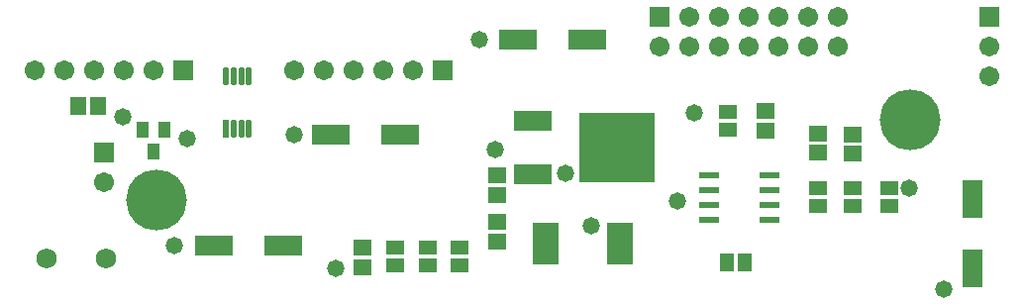
<source format=gts>
G04*
G04 #@! TF.GenerationSoftware,Altium Limited,Altium Designer,18.0.9 (584)*
G04*
G04 Layer_Color=8388736*
%FSLAX25Y25*%
%MOIN*%
G70*
G01*
G75*
%ADD15R,0.13000X0.07000*%
%ADD16R,0.07000X0.02100*%
%ADD17R,0.08753X0.14300*%
%ADD18R,0.05131X0.06312*%
%ADD19R,0.07000X0.13000*%
%ADD20R,0.06115X0.05328*%
%ADD21R,0.05328X0.06115*%
%ADD22R,0.06312X0.05131*%
%ADD23R,0.12611X0.07099*%
%ADD24R,0.25210X0.23635*%
%ADD25O,0.02139X0.06312*%
%ADD26R,0.02139X0.06312*%
%ADD27R,0.03950X0.05170*%
%ADD28C,0.20485*%
%ADD29R,0.06706X0.06706*%
%ADD30C,0.06706*%
%ADD31C,0.06800*%
%ADD32R,0.06706X0.06706*%
%ADD33C,0.05800*%
D15*
X188744Y134252D02*
D03*
X212044D02*
D03*
X228114Y171653D02*
D03*
X251414D02*
D03*
X314406Y203543D02*
D03*
X291106D02*
D03*
D16*
X355648Y142894D02*
D03*
Y147894D02*
D03*
Y152894D02*
D03*
Y157894D02*
D03*
X375848D02*
D03*
Y152894D02*
D03*
Y147894D02*
D03*
Y142894D02*
D03*
D17*
X325591Y135039D02*
D03*
X300394D02*
D03*
D18*
X361614Y128740D02*
D03*
X367520D02*
D03*
D19*
X444095Y126539D02*
D03*
Y149839D02*
D03*
D20*
X392126Y172146D02*
D03*
Y165650D02*
D03*
X403937Y165256D02*
D03*
Y171752D02*
D03*
X374410Y179626D02*
D03*
Y173130D02*
D03*
X284252Y157973D02*
D03*
Y151476D02*
D03*
Y142224D02*
D03*
Y135728D02*
D03*
X238976Y127067D02*
D03*
Y133563D02*
D03*
D21*
X149803Y181496D02*
D03*
X143307D02*
D03*
D22*
X416142Y147835D02*
D03*
Y153740D02*
D03*
X392126Y147835D02*
D03*
Y153740D02*
D03*
X361811Y173425D02*
D03*
Y179331D02*
D03*
X261024Y133661D02*
D03*
Y127756D02*
D03*
X271654Y133661D02*
D03*
Y127756D02*
D03*
X250000Y133661D02*
D03*
Y127756D02*
D03*
X403937Y147835D02*
D03*
Y153740D02*
D03*
D23*
X296063Y176339D02*
D03*
Y158307D02*
D03*
D24*
X324410Y167323D02*
D03*
D25*
X200591Y191339D02*
D03*
X198031D02*
D03*
X195472D02*
D03*
X192913D02*
D03*
X200591Y173622D02*
D03*
X198031D02*
D03*
X195472D02*
D03*
D26*
X192913D02*
D03*
D27*
X164764Y173406D02*
D03*
X172244D02*
D03*
X168504Y165965D02*
D03*
D28*
X423228Y176772D02*
D03*
X169685Y149606D02*
D03*
D29*
X338819Y211181D02*
D03*
X265748Y193307D02*
D03*
X178425D02*
D03*
D30*
X338819Y201181D02*
D03*
X348819Y211181D02*
D03*
Y201181D02*
D03*
X358819Y211181D02*
D03*
Y201181D02*
D03*
X368819Y211181D02*
D03*
Y201181D02*
D03*
X378819Y211181D02*
D03*
Y201181D02*
D03*
X388819Y211181D02*
D03*
Y201181D02*
D03*
X398819Y211181D02*
D03*
Y201181D02*
D03*
X450000D02*
D03*
Y191181D02*
D03*
X215748Y193307D02*
D03*
X225748D02*
D03*
X235748D02*
D03*
X245748D02*
D03*
X255748D02*
D03*
X128425D02*
D03*
X138425D02*
D03*
X148425D02*
D03*
X158425D02*
D03*
X168425D02*
D03*
X151969Y155512D02*
D03*
D31*
X152520Y129921D02*
D03*
X132520D02*
D03*
D32*
X450000Y211181D02*
D03*
X151969Y165512D02*
D03*
D33*
X179921Y170473D02*
D03*
X315748Y140945D02*
D03*
X307087Y158661D02*
D03*
X215748Y171653D02*
D03*
X434646Y119685D02*
D03*
X350394Y179134D02*
D03*
X175591Y134252D02*
D03*
X278346Y203543D02*
D03*
X283465Y166535D02*
D03*
X422835Y153543D02*
D03*
X229921Y126772D02*
D03*
X344882Y149213D02*
D03*
X158268Y177559D02*
D03*
M02*

</source>
